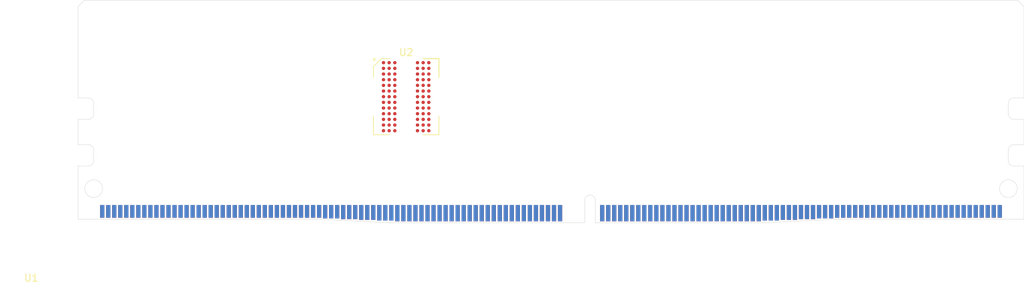
<source format=kicad_pcb>
(kicad_pcb (version 20171130) (host pcbnew "(5.1.4)-1")

  (general
    (thickness 1.5)
    (drawings 40)
    (tracks 0)
    (zones 0)
    (modules 2)
    (nets 30)
  )

  (page A4)
  (layers
    (0 F.Cu signal)
    (31 B.Cu signal hide)
    (32 B.Adhes user)
    (33 F.Adhes user)
    (34 B.Paste user)
    (35 F.Paste user)
    (36 B.SilkS user)
    (37 F.SilkS user)
    (38 B.Mask user)
    (39 F.Mask user)
    (40 Dwgs.User user)
    (41 Cmts.User user)
    (42 Eco1.User user)
    (43 Eco2.User user)
    (44 Edge.Cuts user)
    (45 Margin user)
    (46 B.CrtYd user)
    (47 F.CrtYd user)
    (48 B.Fab user)
    (49 F.Fab user)
  )

  (setup
    (last_trace_width 0.25)
    (trace_clearance 0.2)
    (zone_clearance 0.508)
    (zone_45_only no)
    (trace_min 0.2)
    (via_size 0.8)
    (via_drill 0.4)
    (via_min_size 0.4)
    (via_min_drill 0.3)
    (uvia_size 0.3)
    (uvia_drill 0.1)
    (uvias_allowed no)
    (uvia_min_size 0.2)
    (uvia_min_drill 0.1)
    (edge_width 0.05)
    (segment_width 0.2)
    (pcb_text_width 0.3)
    (pcb_text_size 1.5 1.5)
    (mod_edge_width 0.12)
    (mod_text_size 1 1)
    (mod_text_width 0.15)
    (pad_size 0.6 2.3)
    (pad_drill 0)
    (pad_to_mask_clearance 0.051)
    (solder_mask_min_width 0.25)
    (aux_axis_origin 0 0)
    (visible_elements 7FFFFBFF)
    (pcbplotparams
      (layerselection 0x010fc_ffffffff)
      (usegerberextensions false)
      (usegerberattributes false)
      (usegerberadvancedattributes false)
      (creategerberjobfile false)
      (excludeedgelayer true)
      (linewidth 0.100000)
      (plotframeref false)
      (viasonmask false)
      (mode 1)
      (useauxorigin false)
      (hpglpennumber 1)
      (hpglpenspeed 20)
      (hpglpendiameter 15.000000)
      (psnegative false)
      (psa4output false)
      (plotreference true)
      (plotvalue true)
      (plotinvisibletext false)
      (padsonsilk false)
      (subtractmaskfromsilk false)
      (outputformat 1)
      (mirror false)
      (drillshape 1)
      (scaleselection 1)
      (outputdirectory ""))
  )

  (net 0 "")
  (net 1 GND)
  (net 2 VMEM)
  (net 3 +2V5)
  (net 4 +1V2)
  (net 5 A11)
  (net 6 PAR)
  (net 7 A13)
  (net 8 A7)
  (net 9 A4)
  (net 10 BA1)
  (net 11 ALERT_n)
  (net 12 A2)
  (net 13 WE_n-A14)
  (net 14 BG1)
  (net 15 A5)
  (net 16 A0)
  (net 17 BA0)
  (net 18 RAS_n-A16)
  (net 19 ODT0)
  (net 20 CS0_n)
  (net 21 RESET_n)
  (net 22 A3)
  (net 23 A6)
  (net 24 ACT_n)
  (net 25 A8)
  (net 26 BG0)
  (net 27 A9)
  (net 28 CKE0)
  (net 29 A1)

  (net_class Default "Esta es la clase de red por defecto."
    (clearance 0.2)
    (trace_width 0.25)
    (via_dia 0.8)
    (via_drill 0.4)
    (uvia_dia 0.3)
    (uvia_drill 0.1)
    (add_net +1V2)
    (add_net +2V5)
    (add_net A0)
    (add_net A1)
    (add_net A10)
    (add_net A10_AP)
    (add_net A11)
    (add_net A12)
    (add_net A12-BC_n)
    (add_net A13)
    (add_net A2)
    (add_net A3)
    (add_net A4)
    (add_net A5)
    (add_net A6)
    (add_net A7)
    (add_net A8)
    (add_net A9)
    (add_net ACT_n)
    (add_net ALERT_n)
    (add_net BA0)
    (add_net BA1)
    (add_net BG0)
    (add_net BG1)
    (add_net CAS-A15)
    (add_net CAS_n-A15)
    (add_net CB0-NC)
    (add_net CB1,NC)
    (add_net CB2-NC)
    (add_net CB3,NC)
    (add_net CB4-NC)
    (add_net CB5,NC)
    (add_net CB6-DBI8_n,NC)
    (add_net CB7,NC)
    (add_net CK0_c)
    (add_net CK0_t)
    (add_net CK1_c)
    (add_net CK1_t)
    (add_net CKE0)
    (add_net CKE1,NC)
    (add_net CS0_n)
    (add_net CS1_N-A15)
    (add_net DM0_n-DBIO_n,NC)
    (add_net DM2_n-DBI2_n,NC)
    (add_net DM3_n-DBI3_n,NC)
    (add_net DM4_n-DBI4_n,NC)
    (add_net DM5_n-DBI5_n,NC)
    (add_net DM6_n-DBI6_N,NC)
    (add_net DM7_n-DBI_n,NC)
    (add_net DM8_n-DBI8_n,NC)
    (add_net DMI_n-DBI1_n,NC)
    (add_net DQ0)
    (add_net DQ1)
    (add_net DQ10)
    (add_net DQ11)
    (add_net DQ12)
    (add_net DQ13)
    (add_net DQ14)
    (add_net DQ15)
    (add_net DQ16)
    (add_net DQ17)
    (add_net DQ18)
    (add_net DQ19)
    (add_net DQ2)
    (add_net DQ20)
    (add_net DQ21)
    (add_net DQ22)
    (add_net DQ23)
    (add_net DQ24)
    (add_net DQ25)
    (add_net DQ26)
    (add_net DQ27)
    (add_net DQ28)
    (add_net DQ29)
    (add_net DQ3)
    (add_net DQ30)
    (add_net DQ31)
    (add_net DQ32)
    (add_net DQ33)
    (add_net DQ34)
    (add_net DQ35)
    (add_net DQ36)
    (add_net DQ37)
    (add_net DQ38)
    (add_net DQ39)
    (add_net DQ4)
    (add_net DQ40)
    (add_net DQ41)
    (add_net DQ42)
    (add_net DQ43)
    (add_net DQ44)
    (add_net DQ45)
    (add_net DQ46)
    (add_net DQ47)
    (add_net DQ48)
    (add_net DQ49)
    (add_net DQ5)
    (add_net DQ50)
    (add_net DQ51)
    (add_net DQ52)
    (add_net DQ53)
    (add_net DQ54)
    (add_net DQ55)
    (add_net DQ56)
    (add_net DQ57)
    (add_net DQ58)
    (add_net DQ59)
    (add_net DQ6)
    (add_net DQ60)
    (add_net DQ61)
    (add_net DQ62)
    (add_net DQ63)
    (add_net DQ7)
    (add_net DQ8)
    (add_net DQ9)
    (add_net DQS0_c)
    (add_net DQS0_t)
    (add_net DQS1_c)
    (add_net DQS1_t)
    (add_net DQS2_c)
    (add_net DQS2_t)
    (add_net DQS3_c)
    (add_net DQS3_t)
    (add_net DQS4_c)
    (add_net DQS4_t)
    (add_net DQS5_c)
    (add_net DQS5_t)
    (add_net DQS6_c)
    (add_net DQS6_t)
    (add_net DQS7_c)
    (add_net DQS7_t)
    (add_net DQS8_c)
    (add_net DQS8_t)
    (add_net EVENT_n,NF)
    (add_net GND)
    (add_net "Net-(R3-Pad1)")
    (add_net "Net-(U1-Pad1)")
    (add_net "Net-(U1-Pad100)")
    (add_net "Net-(U1-Pad111)")
    (add_net "Net-(U1-Pad122)")
    (add_net "Net-(U1-Pad133)")
    (add_net "Net-(U1-Pad144)")
    (add_net "Net-(U1-Pad145)")
    (add_net "Net-(U1-Pad19)")
    (add_net "Net-(U1-Pad205)")
    (add_net "Net-(U1-Pad227)")
    (add_net "Net-(U1-Pad230)")
    (add_net "Net-(U1-Pad234)")
    (add_net "Net-(U1-Pad235)")
    (add_net "Net-(U1-Pad237)")
    (add_net "Net-(U1-Pad30)")
    (add_net "Net-(U1-Pad41)")
    (add_net "Net-(U1-Pad52)")
    (add_net "Net-(U1-Pad8)")
    (add_net "Net-(U1-Pad93)")
    (add_net "Net-(U2-PadA3)")
    (add_net "Net-(U2-PadA7)")
    (add_net "Net-(U2-PadB3)")
    (add_net "Net-(U2-PadB7)")
    (add_net "Net-(U2-PadC2)")
    (add_net "Net-(U2-PadC3)")
    (add_net "Net-(U2-PadD2)")
    (add_net "Net-(U2-PadD3)")
    (add_net "Net-(U2-PadD7)")
    (add_net "Net-(U2-PadD8)")
    (add_net "Net-(U2-PadE3)")
    (add_net "Net-(U2-PadE7)")
    (add_net "Net-(U2-PadF2)")
    (add_net "Net-(U2-PadF7)")
    (add_net "Net-(U2-PadF8)")
    (add_net "Net-(U2-PadG2)")
    (add_net "Net-(U2-PadG8)")
    (add_net "Net-(U2-PadG9)")
    (add_net "Net-(U2-PadJ1)")
    (add_net "Net-(U2-PadN7)")
    (add_net ODT0)
    (add_net ODT1_n,NC)
    (add_net PAR)
    (add_net RAS_n-A16)
    (add_net RESET_n)
    (add_net SA0)
    (add_net SA1)
    (add_net SA2)
    (add_net SCL)
    (add_net SDA)
    (add_net VMEM)
    (add_net WE_n-A14)
  )

  (module DDR4_4Gb:BGA-117_9x13_9.0x10.5mm (layer F.Cu) (tedit 601881A7) (tstamp 601B5CF0)
    (at 46.3 -17.28)
    (path /6161F0C2/61667B95)
    (attr smd)
    (fp_text reference U2 (at 0 -6.25) (layer F.SilkS)
      (effects (font (size 1 1) (thickness 0.15)))
    )
    (fp_text value MT40A512M8 (at 0 6.25) (layer F.Fab)
      (effects (font (size 1 1) (thickness 0.15)))
    )
    (fp_line (start -4.75 5.5) (end -4.75 -5.5) (layer F.CrtYd) (width 0.05))
    (fp_line (start 4.75 5.5) (end -4.75 5.5) (layer F.CrtYd) (width 0.05))
    (fp_line (start 4.75 -5.5) (end 4.75 5.5) (layer F.CrtYd) (width 0.05))
    (fp_line (start -4.75 -5.5) (end 4.75 -5.5) (layer F.CrtYd) (width 0.05))
    (fp_circle (center -4.5 -5.25) (end -4.5 -5.15) (layer F.SilkS) (width 0.2))
    (fp_line (start -4.62 -4.25) (end -4.62 -2.745) (layer F.SilkS) (width 0.12))
    (fp_line (start -3.5 -5.37) (end -4.62 -4.25) (layer F.SilkS) (width 0.12))
    (fp_line (start -2.37 -5.37) (end -3.5 -5.37) (layer F.SilkS) (width 0.12))
    (fp_line (start -4.62 5.37) (end -4.62 2.745) (layer F.SilkS) (width 0.12))
    (fp_line (start -2.37 5.37) (end -4.62 5.37) (layer F.SilkS) (width 0.12))
    (fp_line (start 4.62 -5.37) (end 4.62 -2.745) (layer F.SilkS) (width 0.12))
    (fp_line (start 2.37 -5.37) (end 4.62 -5.37) (layer F.SilkS) (width 0.12))
    (fp_line (start 4.62 5.37) (end 4.62 2.745) (layer F.SilkS) (width 0.12))
    (fp_line (start 2.37 5.37) (end 4.62 5.37) (layer F.SilkS) (width 0.12))
    (fp_line (start 4.62 -5.37) (end 4.62 -2.745) (layer F.SilkS) (width 0.12))
    (fp_line (start 2.37 -5.37) (end 4.62 -5.37) (layer F.SilkS) (width 0.12))
    (fp_line (start 4.62 -5.37) (end 4.62 -2.745) (layer F.SilkS) (width 0.12))
    (fp_line (start 2.37 -5.37) (end 4.62 -5.37) (layer F.SilkS) (width 0.12))
    (fp_line (start 4.5 -5.25) (end -3.5 -5.25) (layer F.Fab) (width 0.1))
    (fp_line (start 4.5 5.25) (end 4.5 -5.25) (layer F.Fab) (width 0.1))
    (fp_line (start -4.5 5.25) (end 4.5 5.25) (layer F.Fab) (width 0.1))
    (fp_line (start -4.5 -4.25) (end -4.5 5.25) (layer F.Fab) (width 0.1))
    (fp_line (start -3.5 -5.25) (end -4.5 -4.25) (layer F.Fab) (width 0.1))
    (pad N9 smd circle (at 3.2 4.8) (size 0.47 0.47) (layers F.Cu F.Paste F.Mask)
      (net 4 +1V2))
    (pad M9 smd circle (at 3.2 4) (size 0.47 0.47) (layers F.Cu F.Paste F.Mask)
      (net 3 +2V5))
    (pad L9 smd circle (at 3.2 3.2) (size 0.47 0.47) (layers F.Cu F.Paste F.Mask)
      (net 11 ALERT_n))
    (pad K9 smd circle (at 3.2 2.4) (size 0.47 0.47) (layers F.Cu F.Paste F.Mask)
      (net 1 GND))
    (pad J9 smd circle (at 3.2 1.6) (size 0.47 0.47) (layers F.Cu F.Paste F.Mask)
      (net 4 +1V2))
    (pad H9 smd circle (at 3.2 0.8) (size 0.47 0.47) (layers F.Cu F.Paste F.Mask)
      (net 1 GND))
    (pad G9 smd circle (at 3.2 0) (size 0.47 0.47) (layers F.Cu F.Paste F.Mask))
    (pad F9 smd circle (at 3.2 -0.8) (size 0.47 0.47) (layers F.Cu F.Paste F.Mask)
      (net 4 +1V2))
    (pad E9 smd circle (at 3.2 -1.6) (size 0.47 0.47) (layers F.Cu F.Paste F.Mask)
      (net 1 GND))
    (pad D9 smd circle (at 3.2 -2.4) (size 0.47 0.47) (layers F.Cu F.Paste F.Mask)
      (net 1 GND))
    (pad C9 smd circle (at 3.2 -3.2) (size 0.47 0.47) (layers F.Cu F.Paste F.Mask)
      (net 4 +1V2))
    (pad B9 smd circle (at 3.2 -4) (size 0.47 0.47) (layers F.Cu F.Paste F.Mask))
    (pad A9 smd circle (at 3.2 -4.8) (size 0.47 0.47) (layers F.Cu F.Paste F.Mask)
      (net 1 GND))
    (pad N8 smd circle (at 2.4 4.8) (size 0.47 0.47) (layers F.Cu F.Paste F.Mask)
      (net 7 A13))
    (pad M8 smd circle (at 2.4 4) (size 0.47 0.47) (layers F.Cu F.Paste F.Mask)
      (net 8 A7))
    (pad L8 smd circle (at 2.4 3.2) (size 0.47 0.47) (layers F.Cu F.Paste F.Mask)
      (net 15 A5))
    (pad K8 smd circle (at 2.4 2.4) (size 0.47 0.47) (layers F.Cu F.Paste F.Mask)
      (net 10 BA1))
    (pad J8 smd circle (at 2.4 1.6) (size 0.47 0.47) (layers F.Cu F.Paste F.Mask)
      (net 14 BG1))
    (pad H8 smd circle (at 2.4 0.8) (size 0.47 0.47) (layers F.Cu F.Paste F.Mask)
      (net 18 RAS_n-A16))
    (pad G8 smd circle (at 2.4 0) (size 0.47 0.47) (layers F.Cu F.Paste F.Mask))
    (pad F8 smd circle (at 2.4 -0.8) (size 0.47 0.47) (layers F.Cu F.Paste F.Mask))
    (pad E8 smd circle (at 2.4 -1.6) (size 0.47 0.47) (layers F.Cu F.Paste F.Mask)
      (net 4 +1V2))
    (pad D8 smd circle (at 2.4 -2.4) (size 0.47 0.47) (layers F.Cu F.Paste F.Mask))
    (pad C8 smd circle (at 2.4 -3.2) (size 0.47 0.47) (layers F.Cu F.Paste F.Mask)
      (net 1 GND))
    (pad B8 smd circle (at 2.4 -4) (size 0.47 0.47) (layers F.Cu F.Paste F.Mask)
      (net 4 +1V2))
    (pad A8 smd circle (at 2.4 -4.8) (size 0.47 0.47) (layers F.Cu F.Paste F.Mask)
      (net 1 GND))
    (pad N7 smd circle (at 1.6 4.8) (size 0.47 0.47) (layers F.Cu F.Paste F.Mask))
    (pad M7 smd circle (at 1.6 4) (size 0.47 0.47) (layers F.Cu F.Paste F.Mask)
      (net 27 A9))
    (pad L7 smd circle (at 1.6 3.2) (size 0.47 0.47) (layers F.Cu F.Paste F.Mask)
      (net 29 A1))
    (pad K7 smd circle (at 1.6 2.4) (size 0.47 0.47) (layers F.Cu F.Paste F.Mask)
      (net 22 A3))
    (pad J7 smd circle (at 1.6 1.6) (size 0.47 0.47) (layers F.Cu F.Paste F.Mask))
    (pad H7 smd circle (at 1.6 0.8) (size 0.47 0.47) (layers F.Cu F.Paste F.Mask))
    (pad G7 smd circle (at 1.6 0) (size 0.47 0.47) (layers F.Cu F.Paste F.Mask)
      (net 20 CS0_n))
    (pad F7 smd circle (at 1.6 -0.8) (size 0.47 0.47) (layers F.Cu F.Paste F.Mask))
    (pad E7 smd circle (at 1.6 -1.6) (size 0.47 0.47) (layers F.Cu F.Paste F.Mask))
    (pad D7 smd circle (at 1.6 -2.4) (size 0.47 0.47) (layers F.Cu F.Paste F.Mask))
    (pad C7 smd circle (at 1.6 -3.2) (size 0.47 0.47) (layers F.Cu F.Paste F.Mask)
      (net 4 +1V2))
    (pad B7 smd circle (at 1.6 -4) (size 0.47 0.47) (layers F.Cu F.Paste F.Mask))
    (pad A7 smd circle (at 1.6 -4.8) (size 0.47 0.47) (layers F.Cu F.Paste F.Mask))
    (pad N3 smd circle (at -1.6 4.8) (size 0.47 0.47) (layers F.Cu F.Paste F.Mask)
      (net 6 PAR))
    (pad M3 smd circle (at -1.6 4) (size 0.47 0.47) (layers F.Cu F.Paste F.Mask)
      (net 12 A2))
    (pad L3 smd circle (at -1.6 3.2) (size 0.47 0.47) (layers F.Cu F.Paste F.Mask)
      (net 16 A0))
    (pad K3 smd circle (at -1.6 2.4) (size 0.47 0.47) (layers F.Cu F.Paste F.Mask)
      (net 9 A4))
    (pad J3 smd circle (at -1.6 1.6) (size 0.47 0.47) (layers F.Cu F.Paste F.Mask))
    (pad H3 smd circle (at -1.6 0.8) (size 0.47 0.47) (layers F.Cu F.Paste F.Mask)
      (net 24 ACT_n))
    (pad G3 smd circle (at -1.6 0) (size 0.47 0.47) (layers F.Cu F.Paste F.Mask)
      (net 28 CKE0))
    (pad F3 smd circle (at -1.6 -0.8) (size 0.47 0.47) (layers F.Cu F.Paste F.Mask)
      (net 19 ODT0))
    (pad E3 smd circle (at -1.6 -1.6) (size 0.47 0.47) (layers F.Cu F.Paste F.Mask))
    (pad D3 smd circle (at -1.6 -2.4) (size 0.47 0.47) (layers F.Cu F.Paste F.Mask))
    (pad C3 smd circle (at -1.6 -3.2) (size 0.47 0.47) (layers F.Cu F.Paste F.Mask))
    (pad B3 smd circle (at -1.6 -4) (size 0.47 0.47) (layers F.Cu F.Paste F.Mask))
    (pad A3 smd circle (at -1.6 -4.8) (size 0.47 0.47) (layers F.Cu F.Paste F.Mask))
    (pad N2 smd circle (at -2.4 4.8) (size 0.47 0.47) (layers F.Cu F.Paste F.Mask)
      (net 5 A11))
    (pad M2 smd circle (at -2.4 4) (size 0.47 0.47) (layers F.Cu F.Paste F.Mask)
      (net 25 A8))
    (pad L2 smd circle (at -2.4 3.2) (size 0.47 0.47) (layers F.Cu F.Paste F.Mask)
      (net 23 A6))
    (pad K2 smd circle (at -2.4 2.4) (size 0.47 0.47) (layers F.Cu F.Paste F.Mask)
      (net 17 BA0))
    (pad J2 smd circle (at -2.4 1.6) (size 0.47 0.47) (layers F.Cu F.Paste F.Mask)
      (net 26 BG0))
    (pad H2 smd circle (at -2.4 0.8) (size 0.47 0.47) (layers F.Cu F.Paste F.Mask)
      (net 13 WE_n-A14))
    (pad G2 smd circle (at -2.4 0) (size 0.47 0.47) (layers F.Cu F.Paste F.Mask))
    (pad F2 smd circle (at -2.4 -0.8) (size 0.47 0.47) (layers F.Cu F.Paste F.Mask))
    (pad E2 smd circle (at -2.4 -1.6) (size 0.47 0.47) (layers F.Cu F.Paste F.Mask)
      (net 4 +1V2))
    (pad D2 smd circle (at -2.4 -2.4) (size 0.47 0.47) (layers F.Cu F.Paste F.Mask))
    (pad C2 smd circle (at -2.4 -3.2) (size 0.47 0.47) (layers F.Cu F.Paste F.Mask))
    (pad B2 smd circle (at -2.4 -4) (size 0.47 0.47) (layers F.Cu F.Paste F.Mask)
      (net 4 +1V2))
    (pad A2 smd circle (at -2.4 -4.8) (size 0.47 0.47) (layers F.Cu F.Paste F.Mask)
      (net 1 GND))
    (pad N1 smd circle (at -3.2 4.8) (size 0.47 0.47) (layers F.Cu F.Paste F.Mask)
      (net 1 GND))
    (pad M1 smd circle (at -3.2 4) (size 0.47 0.47) (layers F.Cu F.Paste F.Mask)
      (net 4 +1V2))
    (pad L1 smd circle (at -3.2 3.2) (size 0.47 0.47) (layers F.Cu F.Paste F.Mask)
      (net 21 RESET_n))
    (pad K1 smd circle (at -3.2 2.4) (size 0.47 0.47) (layers F.Cu F.Paste F.Mask)
      (net 1 GND))
    (pad J1 smd circle (at -3.2 1.6) (size 0.47 0.47) (layers F.Cu F.Paste F.Mask))
    (pad H1 smd circle (at -3.2 0.8) (size 0.47 0.47) (layers F.Cu F.Paste F.Mask)
      (net 4 +1V2))
    (pad G1 smd circle (at -3.2 0) (size 0.47 0.47) (layers F.Cu F.Paste F.Mask)
      (net 1 GND))
    (pad F1 smd circle (at -3.2 -0.8) (size 0.47 0.47) (layers F.Cu F.Paste F.Mask)
      (net 4 +1V2))
    (pad E1 smd circle (at -3.2 -1.6) (size 0.47 0.47) (layers F.Cu F.Paste F.Mask)
      (net 1 GND))
    (pad D1 smd circle (at -3.2 -2.4) (size 0.47 0.47) (layers F.Cu F.Paste F.Mask)
      (net 1 GND))
    (pad C1 smd circle (at -3.2 -3.2) (size 0.47 0.47) (layers F.Cu F.Paste F.Mask)
      (net 4 +1V2))
    (pad B1 smd circle (at -3.2 -4) (size 0.47 0.47) (layers F.Cu F.Paste F.Mask)
      (net 3 +2V5))
    (pad A1 smd circle (at -3.2 -4.8) (size 0.47 0.47) (layers F.Cu F.Paste F.Mask)
      (net 4 +1V2))
  )

  (module DDR4_4Gb:DDR4_F (layer F.Cu) (tedit 60186BEF) (tstamp 601B5EE3)
    (at 3.415 -0.6)
    (path /614EDC81/6159D013)
    (fp_text reference U1 (at -10.01792 8.91076) (layer F.SilkS)
      (effects (font (size 1 1) (thickness 0.15)))
    )
    (fp_text value DDR4_Front (at -10.01792 7.91076) (layer F.Fab)
      (effects (font (size 1 1) (thickness 0.15)))
    )
    (pad 165 smd rect (at 17 -0.5 180) (size 0.6 1.8) (layers B.Cu B.Paste B.Mask)
      (net 1 GND))
    (pad 163 smd rect (at 15.3 -0.5 180) (size 0.6 1.8) (layers B.Cu B.Paste B.Mask))
    (pad 164 smd rect (at 16.15 -0.5 180) (size 0.6 1.8) (layers B.Cu B.Paste B.Mask))
    (pad 162 smd rect (at 14.45 -0.5 180) (size 0.6 1.8) (layers B.Cu B.Paste B.Mask)
      (net 1 GND))
    (pad 146 smd rect (at 0.85 -0.5 180) (size 0.6 1.8) (layers B.Cu B.Paste B.Mask)
      (net 2 VMEM))
    (pad 276 smd rect (at 116.45 -0.5 180) (size 0.6 1.8) (layers B.Cu B.Paste B.Mask)
      (net 1 GND))
    (pad 244 smd rect (at 89.25 -0.25 180) (size 0.6 2.3) (layers B.Cu B.Paste B.Mask))
    (pad 256 smd rect (at 99.45 -0.4 180) (size 0.6 2) (layers B.Cu B.Paste B.Mask))
    (pad 250 smd rect (at 94.35 -0.3 180) (size 0.6 2.2) (layers B.Cu B.Paste B.Mask)
      (net 1 GND))
    (pad 245 smd rect (at 90.1 -0.25 180) (size 0.6 2.3) (layers B.Cu B.Paste B.Mask))
    (pad 246 smd rect (at 90.95 -0.25 180) (size 0.6 2.3) (layers B.Cu B.Paste B.Mask)
      (net 1 GND))
    (pad 269 smd rect (at 110.5 -0.5 180) (size 0.6 1.8) (layers B.Cu B.Paste B.Mask))
    (pad 243 smd rect (at 88.4 -0.25 180) (size 0.6 2.3) (layers B.Cu B.Paste B.Mask)
      (net 1 GND))
    (pad 258 smd rect (at 101.15 -0.45 180) (size 0.6 1.9) (layers B.Cu B.Paste B.Mask))
    (pad 237 smd rect (at 83.3 -0.25 180) (size 0.6 2.3) (layers B.Cu B.Paste B.Mask))
    (pad 275 smd rect (at 115.6 -0.5 180) (size 0.6 1.8) (layers B.Cu B.Paste B.Mask))
    (pad 238 smd rect (at 84.15 -0.25 180) (size 0.6 2.3) (layers B.Cu B.Paste B.Mask))
    (pad 240 smd rect (at 85.85 -0.25 180) (size 0.6 2.3) (layers B.Cu B.Paste B.Mask))
    (pad 239 smd rect (at 85 -0.25 180) (size 0.6 2.3) (layers B.Cu B.Paste B.Mask)
      (net 1 GND))
    (pad 280 smd rect (at 119.85 -0.5 180) (size 0.6 1.8) (layers B.Cu B.Paste B.Mask))
    (pad 274 smd rect (at 114.75 -0.5 180) (size 0.6 1.8) (layers B.Cu B.Paste B.Mask)
      (net 1 GND))
    (pad 264 smd rect (at 106.25 -0.5 180) (size 0.6 1.8) (layers B.Cu B.Paste B.Mask))
    (pad 253 smd rect (at 96.9 -0.35 180) (size 0.6 2.1) (layers B.Cu B.Paste B.Mask))
    (pad 285 smd rect (at 124.1 -0.5 180) (size 0.6 1.8) (layers B.Cu B.Paste B.Mask))
    (pad 278 smd rect (at 118.15 -0.5 180) (size 0.6 1.8) (layers B.Cu B.Paste B.Mask))
    (pad 288 smd rect (at 126.65 -0.5 180) (size 0.6 1.8) (layers B.Cu B.Paste B.Mask)
      (net 3 +2V5))
    (pad 267 smd rect (at 108.8 -0.5 180) (size 0.6 1.8) (layers B.Cu B.Paste B.Mask))
    (pad 266 smd rect (at 107.95 -0.5 180) (size 0.6 1.8) (layers B.Cu B.Paste B.Mask))
    (pad 252 smd rect (at 96.05 -0.35 180) (size 0.6 2.1) (layers B.Cu B.Paste B.Mask)
      (net 1 GND))
    (pad 249 smd rect (at 93.5 -0.3 180) (size 0.6 2.2) (layers B.Cu B.Paste B.Mask))
    (pad 247 smd rect (at 91.8 -0.25 180) (size 0.6 2.3) (layers B.Cu B.Paste B.Mask))
    (pad 242 smd rect (at 87.55 -0.25 180) (size 0.6 2.3) (layers B.Cu B.Paste B.Mask))
    (pad 259 smd rect (at 102 -0.45 180) (size 0.6 1.9) (layers B.Cu B.Paste B.Mask)
      (net 1 GND))
    (pad 272 smd rect (at 113.05 -0.5 180) (size 0.6 1.8) (layers B.Cu B.Paste B.Mask)
      (net 1 GND))
    (pad 262 smd rect (at 104.55 -0.5 180) (size 0.6 1.8) (layers B.Cu B.Paste B.Mask))
    (pad 241 smd rect (at 86.7 -0.25 180) (size 0.6 2.3) (layers B.Cu B.Paste B.Mask)
      (net 1 GND))
    (pad 263 smd rect (at 105.4 -0.5 180) (size 0.6 1.8) (layers B.Cu B.Paste B.Mask)
      (net 1 GND))
    (pad 254 smd rect (at 97.75 -0.35 180) (size 0.6 2.1) (layers B.Cu B.Paste B.Mask)
      (net 1 GND))
    (pad 287 smd rect (at 125.8 -0.5 180) (size 0.6 1.8) (layers B.Cu B.Paste B.Mask)
      (net 3 +2V5))
    (pad 271 smd rect (at 112.2 -0.5 180) (size 0.6 1.8) (layers B.Cu B.Paste B.Mask))
    (pad 261 smd rect (at 103.7 -0.5 180) (size 0.6 1.8) (layers B.Cu B.Paste B.Mask)
      (net 1 GND))
    (pad 283 smd rect (at 122.4 -0.5 180) (size 0.6 1.8) (layers B.Cu B.Paste B.Mask)
      (net 1 GND))
    (pad 270 smd rect (at 111.35 -0.5 180) (size 0.6 1.8) (layers B.Cu B.Paste B.Mask)
      (net 1 GND))
    (pad 281 smd rect (at 120.7 -0.5 180) (size 0.6 1.8) (layers B.Cu B.Paste B.Mask)
      (net 1 GND))
    (pad 260 smd rect (at 102.85 -0.45 180) (size 0.6 1.9) (layers B.Cu B.Paste B.Mask))
    (pad 279 smd rect (at 119 -0.5 180) (size 0.6 1.8) (layers B.Cu B.Paste B.Mask)
      (net 1 GND))
    (pad 286 smd rect (at 124.95 -0.5 180) (size 0.6 1.8) (layers B.Cu B.Paste B.Mask)
      (net 3 +2V5))
    (pad 282 smd rect (at 121.55 -0.5 180) (size 0.6 1.8) (layers B.Cu B.Paste B.Mask))
    (pad 273 smd rect (at 113.9 -0.5 180) (size 0.6 1.8) (layers B.Cu B.Paste B.Mask))
    (pad 284 smd rect (at 123.25 -0.5 180) (size 0.6 1.8) (layers B.Cu B.Paste B.Mask)
      (net 3 +2V5))
    (pad 268 smd rect (at 109.65 -0.5 180) (size 0.6 1.8) (layers B.Cu B.Paste B.Mask)
      (net 1 GND))
    (pad 265 smd rect (at 107.1 -0.5 180) (size 0.6 1.8) (layers B.Cu B.Paste B.Mask)
      (net 1 GND))
    (pad 248 smd rect (at 92.65 -0.25 180) (size 0.6 2.3) (layers B.Cu B.Paste B.Mask)
      (net 1 GND))
    (pad 251 smd rect (at 95.2 -0.3 180) (size 0.6 2.2) (layers B.Cu B.Paste B.Mask))
    (pad 255 smd rect (at 98.6 -0.4 180) (size 0.6 2) (layers B.Cu B.Paste B.Mask))
    (pad 257 smd rect (at 100.3 -0.4 180) (size 0.6 2) (layers B.Cu B.Paste B.Mask)
      (net 1 GND))
    (pad 277 smd rect (at 117.3 -0.5 180) (size 0.6 1.8) (layers B.Cu B.Paste B.Mask))
    (pad 210 smd rect (at 55.25 -0.25 180) (size 0.6 2.3) (layers B.Cu B.Paste B.Mask)
      (net 5 A11))
    (pad 190 smd rect (at 38.25 -0.35 180) (size 0.6 2.1) (layers B.Cu B.Paste B.Mask))
    (pad 222 smd rect (at 70.55 -0.25 180) (size 0.6 2.3) (layers B.Cu B.Paste B.Mask)
      (net 6 PAR))
    (pad 227 smd rect (at 74.8 -0.25 180) (size 0.6 2.3) (layers B.Cu B.Paste B.Mask))
    (pad 192 smd rect (at 39.95 -0.3 180) (size 0.6 2.2) (layers B.Cu B.Paste B.Mask))
    (pad 206 smd rect (at 51.85 -0.25 180) (size 0.6 2.3) (layers B.Cu B.Paste B.Mask)
      (net 4 +1V2))
    (pad 191 smd rect (at 39.1 -0.3 180) (size 0.6 2.2) (layers B.Cu B.Paste B.Mask)
      (net 1 GND))
    (pad 232 smd rect (at 79.05 -0.25 180) (size 0.6 2.3) (layers B.Cu B.Paste B.Mask)
      (net 7 A13))
    (pad 170 smd rect (at 21.25 -0.5 180) (size 0.6 1.8) (layers B.Cu B.Paste B.Mask))
    (pad 230 smd rect (at 77.35 -0.25 180) (size 0.6 2.3) (layers B.Cu B.Paste B.Mask))
    (pad 211 smd rect (at 56.1 -0.25 180) (size 0.6 2.3) (layers B.Cu B.Paste B.Mask)
      (net 8 A7))
    (pad 182 smd rect (at 31.45 -0.45 180) (size 0.6 1.9) (layers B.Cu B.Paste B.Mask)
      (net 1 GND))
    (pad 219 smd rect (at 62.9 -0.25 180) (size 0.6 2.3) (layers B.Cu B.Paste B.Mask))
    (pad 180 smd rect (at 29.75 -0.5 180) (size 0.6 1.8) (layers B.Cu B.Paste B.Mask)
      (net 1 GND))
    (pad 178 smd rect (at 28.05 -0.5 180) (size 0.6 1.8) (layers B.Cu B.Paste B.Mask)
      (net 1 GND))
    (pad 177 smd rect (at 27.2 -0.5 180) (size 0.6 1.8) (layers B.Cu B.Paste B.Mask))
    (pad 175 smd rect (at 25.5 -0.5 180) (size 0.6 1.8) (layers B.Cu B.Paste B.Mask))
    (pad 231 smd rect (at 78.2 -0.25 180) (size 0.6 2.3) (layers B.Cu B.Paste B.Mask)
      (net 4 +1V2))
    (pad 214 smd rect (at 58.65 -0.25 180) (size 0.6 2.3) (layers B.Cu B.Paste B.Mask)
      (net 9 A4))
    (pad 200 smd rect (at 46.75 -0.25 180) (size 0.6 2.3) (layers B.Cu B.Paste B.Mask)
      (net 1 GND))
    (pad 176 smd rect (at 26.35 -0.5 180) (size 0.6 1.8) (layers B.Cu B.Paste B.Mask)
      (net 1 GND))
    (pad 179 smd rect (at 28.9 -0.5 180) (size 0.6 1.8) (layers B.Cu B.Paste B.Mask))
    (pad 194 smd rect (at 41.65 -0.25 180) (size 0.6 2.3) (layers B.Cu B.Paste B.Mask))
    (pad 205 smd rect (at 51 -0.25 180) (size 0.6 2.3) (layers B.Cu B.Paste B.Mask))
    (pad 215 smd rect (at 59.5 -0.25 180) (size 0.6 2.3) (layers B.Cu B.Paste B.Mask)
      (net 4 +1V2))
    (pad 171 smd rect (at 22.1 -0.5 180) (size 0.6 1.8) (layers B.Cu B.Paste B.Mask)
      (net 1 GND))
    (pad 234 smd rect (at 80.75 -0.25 180) (size 0.6 2.3) (layers B.Cu B.Paste B.Mask))
    (pad 196 smd rect (at 43.35 -0.25 180) (size 0.6 2.3) (layers B.Cu B.Paste B.Mask))
    (pad 229 smd rect (at 76.5 -0.25 180) (size 0.6 2.3) (layers B.Cu B.Paste B.Mask)
      (net 4 +1V2))
    (pad 235 smd rect (at 81.6 -0.25 180) (size 0.6 2.3) (layers B.Cu B.Paste B.Mask))
    (pad 233 smd rect (at 79.9 -0.25 180) (size 0.6 2.3) (layers B.Cu B.Paste B.Mask)
      (net 4 +1V2))
    (pad 195 smd rect (at 42.5 -0.25 180) (size 0.6 2.3) (layers B.Cu B.Paste B.Mask)
      (net 1 GND))
    (pad 202 smd rect (at 48.45 -0.25 180) (size 0.6 2.3) (layers B.Cu B.Paste B.Mask)
      (net 1 GND))
    (pad 198 smd rect (at 45.05 -0.25 180) (size 0.6 2.3) (layers B.Cu B.Paste B.Mask)
      (net 1 GND))
    (pad 223 smd rect (at 71.4 -0.25 180) (size 0.6 2.3) (layers B.Cu B.Paste B.Mask)
      (net 4 +1V2))
    (pad 209 smd rect (at 54.4 -0.25 180) (size 0.6 2.3) (layers B.Cu B.Paste B.Mask)
      (net 4 +1V2))
    (pad 189 smd rect (at 37.4 -0.35 180) (size 0.6 2.1) (layers B.Cu B.Paste B.Mask)
      (net 1 GND))
    (pad 201 smd rect (at 47.6 -0.25 180) (size 0.6 2.3) (layers B.Cu B.Paste B.Mask))
    (pad 174 smd rect (at 24.65 -0.5 180) (size 0.6 1.8) (layers B.Cu B.Paste B.Mask))
    (pad 172 smd rect (at 22.95 -0.5 180) (size 0.6 1.8) (layers B.Cu B.Paste B.Mask))
    (pad 220 smd rect (at 63.75 -0.25 180) (size 0.6 2.3) (layers B.Cu B.Paste B.Mask)
      (net 4 +1V2))
    (pad 181 smd rect (at 30.6 -0.5 180) (size 0.6 1.8) (layers B.Cu B.Paste B.Mask))
    (pad 173 smd rect (at 23.8 -0.5 180) (size 0.6 1.8) (layers B.Cu B.Paste B.Mask)
      (net 1 GND))
    (pad 183 smd rect (at 32.3 -0.45 180) (size 0.6 1.9) (layers B.Cu B.Paste B.Mask))
    (pad 184 smd rect (at 33.15 -0.45 180) (size 0.6 1.9) (layers B.Cu B.Paste B.Mask)
      (net 1 GND))
    (pad 217 smd rect (at 61.2 -0.25 180) (size 0.6 2.3) (layers B.Cu B.Paste B.Mask)
      (net 4 +1V2))
    (pad 224 smd rect (at 72.25 -0.25 180) (size 0.6 2.3) (layers B.Cu B.Paste B.Mask)
      (net 10 BA1))
    (pad 193 smd rect (at 40.8 -0.3 180) (size 0.6 2.2) (layers B.Cu B.Paste B.Mask)
      (net 1 GND))
    (pad 197 smd rect (at 44.2 -0.25 180) (size 0.6 2.3) (layers B.Cu B.Paste B.Mask))
    (pad 208 smd rect (at 53.55 -0.25 180) (size 0.6 2.3) (layers B.Cu B.Paste B.Mask)
      (net 11 ALERT_n))
    (pad 212 smd rect (at 56.95 -0.25 180) (size 0.6 2.3) (layers B.Cu B.Paste B.Mask)
      (net 4 +1V2))
    (pad 226 smd rect (at 73.95 -0.25 180) (size 0.6 2.3) (layers B.Cu B.Paste B.Mask)
      (net 4 +1V2))
    (pad 218 smd rect (at 62.05 -0.25 180) (size 0.6 2.3) (layers B.Cu B.Paste B.Mask))
    (pad 204 smd rect (at 50.15 -0.25 180) (size 0.6 2.3) (layers B.Cu B.Paste B.Mask)
      (net 4 +1V2))
    (pad 203 smd rect (at 49.3 -0.25 180) (size 0.6 2.3) (layers B.Cu B.Paste B.Mask))
    (pad 216 smd rect (at 60.35 -0.25 180) (size 0.6 2.3) (layers B.Cu B.Paste B.Mask)
      (net 12 A2))
    (pad 228 smd rect (at 75.65 -0.25 180) (size 0.6 2.3) (layers B.Cu B.Paste B.Mask)
      (net 13 WE_n-A14))
    (pad 221 smd rect (at 64.6 -0.25 180) (size 0.6 2.3) (layers B.Cu B.Paste B.Mask)
      (net 2 VMEM))
    (pad 225 smd rect (at 73.1 -0.25 180) (size 0.6 2.3) (layers B.Cu B.Paste B.Mask))
    (pad 207 smd rect (at 52.7 -0.25 180) (size 0.6 2.3) (layers B.Cu B.Paste B.Mask)
      (net 14 BG1))
    (pad 236 smd rect (at 82.45 -0.25 180) (size 0.6 2.3) (layers B.Cu B.Paste B.Mask)
      (net 4 +1V2))
    (pad 213 smd rect (at 57.8 -0.25 180) (size 0.6 2.3) (layers B.Cu B.Paste B.Mask)
      (net 15 A5))
    (pad 199 smd rect (at 45.9 -0.25 180) (size 0.6 2.3) (layers B.Cu B.Paste B.Mask))
    (pad 186 smd rect (at 34.85 -0.4 180) (size 0.6 2) (layers B.Cu B.Paste B.Mask))
    (pad 158 smd rect (at 11.05 -0.5 180) (size 0.6 1.8) (layers B.Cu B.Paste B.Mask)
      (net 1 GND))
    (pad 155 smd rect (at 8.5 -0.5 180) (size 0.6 1.8) (layers B.Cu B.Paste B.Mask))
    (pad 151 smd rect (at 5.1 -0.5 180) (size 0.6 1.8) (layers B.Cu B.Paste B.Mask)
      (net 1 GND))
    (pad 187 smd rect (at 35.7 -0.4 180) (size 0.6 2) (layers B.Cu B.Paste B.Mask)
      (net 1 GND))
    (pad 168 smd rect (at 19.55 -0.5 180) (size 0.6 1.8) (layers B.Cu B.Paste B.Mask))
    (pad 166 smd rect (at 17.85 -0.5 180) (size 0.6 1.8) (layers B.Cu B.Paste B.Mask))
    (pad 157 smd rect (at 10.2 -0.5 180) (size 0.6 1.8) (layers B.Cu B.Paste B.Mask))
    (pad 153 smd rect (at 6.8 -0.5 180) (size 0.6 1.8) (layers B.Cu B.Paste B.Mask))
    (pad 152 smd rect (at 5.95 -0.5 180) (size 0.6 1.8) (layers B.Cu B.Paste B.Mask))
    (pad 167 smd rect (at 18.7 -0.5 180) (size 0.6 1.8) (layers B.Cu B.Paste B.Mask)
      (net 1 GND))
    (pad 150 smd rect (at 4.25 -0.5 180) (size 0.6 1.8) (layers B.Cu B.Paste B.Mask))
    (pad 185 smd rect (at 34 -0.4 180) (size 0.6 2) (layers B.Cu B.Paste B.Mask))
    (pad 149 smd rect (at 3.4 -0.5 180) (size 0.6 1.8) (layers B.Cu B.Paste B.Mask)
      (net 1 GND))
    (pad 154 smd rect (at 7.65 -0.5 180) (size 0.6 1.8) (layers B.Cu B.Paste B.Mask)
      (net 1 GND))
    (pad 147 smd rect (at 1.7 -0.5 180) (size 0.6 1.8) (layers B.Cu B.Paste B.Mask)
      (net 1 GND))
    (pad 148 smd rect (at 2.55 -0.5 180) (size 0.6 1.8) (layers B.Cu B.Paste B.Mask))
    (pad 169 smd rect (at 20.4 -0.5 180) (size 0.6 1.8) (layers B.Cu B.Paste B.Mask)
      (net 1 GND))
    (pad 156 smd rect (at 9.35 -0.5 180) (size 0.6 1.8) (layers B.Cu B.Paste B.Mask)
      (net 1 GND))
    (pad 160 smd rect (at 12.75 -0.5 180) (size 0.6 1.8) (layers B.Cu B.Paste B.Mask)
      (net 1 GND))
    (pad 161 smd rect (at 13.6 -0.5 180) (size 0.6 1.8) (layers B.Cu B.Paste B.Mask))
    (pad 188 smd rect (at 36.55 -0.35 180) (size 0.6 2.1) (layers B.Cu B.Paste B.Mask))
    (pad 145 smd rect (at 0 -0.5 180) (size 0.6 1.8) (layers B.Cu B.Paste B.Mask))
    (pad 159 smd rect (at 11.9 -0.5 180) (size 0.6 1.8) (layers B.Cu B.Paste B.Mask))
    (pad 143 smd rect (at 125.8 -0.5) (size 0.6 1.8) (layers F.Cu F.Paste F.Mask)
      (net 3 +2V5))
    (pad 124 smd rect (at 109.65 -0.5) (size 0.6 1.8) (layers F.Cu F.Paste F.Mask))
    (pad 126 smd rect (at 111.35 -0.5) (size 0.6 1.8) (layers F.Cu F.Paste F.Mask))
    (pad 127 smd rect (at 112.2 -0.5) (size 0.6 1.8) (layers F.Cu F.Paste F.Mask)
      (net 1 GND))
    (pad 125 smd rect (at 110.5 -0.5) (size 0.6 1.8) (layers F.Cu F.Paste F.Mask)
      (net 1 GND))
    (pad 128 smd rect (at 113.05 -0.5) (size 0.6 1.8) (layers F.Cu F.Paste F.Mask))
    (pad 129 smd rect (at 113.9 -0.5) (size 0.6 1.8) (layers F.Cu F.Paste F.Mask)
      (net 1 GND))
    (pad 141 smd rect (at 124.1 -0.5) (size 0.6 1.8) (layers F.Cu F.Paste F.Mask))
    (pad 142 smd rect (at 124.95 -0.5) (size 0.6 1.8) (layers F.Cu F.Paste F.Mask)
      (net 3 +2V5))
    (pad 140 smd rect (at 123.25 -0.5) (size 0.6 1.8) (layers F.Cu F.Paste F.Mask))
    (pad 133 smd rect (at 117.3 -0.5) (size 0.6 1.8) (layers F.Cu F.Paste F.Mask))
    (pad 138 smd rect (at 121.55 -0.5) (size 0.6 1.8) (layers F.Cu F.Paste F.Mask)
      (net 1 GND))
    (pad 135 smd rect (at 119 -0.5) (size 0.6 1.8) (layers F.Cu F.Paste F.Mask))
    (pad 139 smd rect (at 122.4 -0.5) (size 0.6 1.8) (layers F.Cu F.Paste F.Mask))
    (pad 134 smd rect (at 118.15 -0.5) (size 0.6 1.8) (layers F.Cu F.Paste F.Mask)
      (net 1 GND))
    (pad 137 smd rect (at 120.7 -0.5) (size 0.6 1.8) (layers F.Cu F.Paste F.Mask))
    (pad 136 smd rect (at 119.85 -0.5) (size 0.6 1.8) (layers F.Cu F.Paste F.Mask)
      (net 1 GND))
    (pad 132 smd rect (at 116.45 -0.5) (size 0.6 1.8) (layers F.Cu F.Paste F.Mask))
    (pad 131 smd rect (at 115.6 -0.5) (size 0.6 1.8) (layers F.Cu F.Paste F.Mask)
      (net 1 GND))
    (pad 130 smd rect (at 114.75 -0.5) (size 0.6 1.8) (layers F.Cu F.Paste F.Mask))
    (pad 144 smd rect (at 126.65 -0.5) (size 0.6 1.8) (layers F.Cu F.Paste F.Mask))
    (pad 121 smd rect (at 107.1 -0.5) (size 0.6 1.8) (layers F.Cu F.Paste F.Mask))
    (pad 120 smd rect (at 106.25 -0.5) (size 0.6 1.8) (layers F.Cu F.Paste F.Mask)
      (net 1 GND))
    (pad 122 smd rect (at 107.95 -0.5) (size 0.6 1.8) (layers F.Cu F.Paste F.Mask))
    (pad 123 smd rect (at 108.8 -0.5) (size 0.6 1.8) (layers F.Cu F.Paste F.Mask)
      (net 1 GND))
    (pad 101 smd rect (at 90.1 -0.25) (size 0.6 2.3) (layers F.Cu F.Paste F.Mask)
      (net 1 GND))
    (pad 104 smd rect (at 92.65 -0.25) (size 0.6 2.3) (layers F.Cu F.Paste F.Mask))
    (pad 102 smd rect (at 90.95 -0.25) (size 0.6 2.3) (layers F.Cu F.Paste F.Mask))
    (pad 105 smd rect (at 93.5 -0.3) (size 0.6 2.2) (layers F.Cu F.Paste F.Mask)
      (net 1 GND))
    (pad 106 smd rect (at 94.35 -0.3) (size 0.6 2.2) (layers F.Cu F.Paste F.Mask))
    (pad 117 smd rect (at 103.7 -0.5) (size 0.6 1.8) (layers F.Cu F.Paste F.Mask))
    (pad 118 smd rect (at 104.55 -0.5) (size 0.6 1.8) (layers F.Cu F.Paste F.Mask)
      (net 1 GND))
    (pad 116 smd rect (at 102.85 -0.45) (size 0.6 1.9) (layers F.Cu F.Paste F.Mask)
      (net 1 GND))
    (pad 110 smd rect (at 97.75 -0.35) (size 0.6 2.1) (layers F.Cu F.Paste F.Mask))
    (pad 114 smd rect (at 101.15 -0.45) (size 0.6 1.9) (layers F.Cu F.Paste F.Mask)
      (net 1 GND))
    (pad 112 smd rect (at 99.45 -0.4) (size 0.6 2) (layers F.Cu F.Paste F.Mask)
      (net 1 GND))
    (pad 115 smd rect (at 102 -0.45) (size 0.6 1.9) (layers F.Cu F.Paste F.Mask))
    (pad 111 smd rect (at 98.6 -0.4) (size 0.6 2) (layers F.Cu F.Paste F.Mask))
    (pad 113 smd rect (at 100.3 -0.4) (size 0.6 2) (layers F.Cu F.Paste F.Mask))
    (pad 103 smd rect (at 91.8 -0.25) (size 0.6 2.3) (layers F.Cu F.Paste F.Mask)
      (net 1 GND))
    (pad 109 smd rect (at 96.9 -0.35) (size 0.6 2.1) (layers F.Cu F.Paste F.Mask)
      (net 1 GND))
    (pad 108 smd rect (at 96.05 -0.35) (size 0.6 2.1) (layers F.Cu F.Paste F.Mask))
    (pad 107 smd rect (at 95.2 -0.3) (size 0.6 2.2) (layers F.Cu F.Paste F.Mask)
      (net 1 GND))
    (pad 119 smd rect (at 105.4 -0.5) (size 0.6 1.8) (layers F.Cu F.Paste F.Mask))
    (pad 98 smd rect (at 87.55 -0.25) (size 0.6 2.3) (layers F.Cu F.Paste F.Mask)
      (net 1 GND))
    (pad 97 smd rect (at 86.7 -0.25) (size 0.6 2.3) (layers F.Cu F.Paste F.Mask))
    (pad 99 smd rect (at 88.4 -0.25) (size 0.6 2.3) (layers F.Cu F.Paste F.Mask))
    (pad 100 smd rect (at 89.25 -0.25) (size 0.6 2.3) (layers F.Cu F.Paste F.Mask))
    (pad 77 smd rect (at 64.6 -0.25) (size 0.6 2.3) (layers F.Cu F.Paste F.Mask)
      (net 2 VMEM))
    (pad 79 smd rect (at 71.4 -0.25) (size 0.6 2.3) (layers F.Cu F.Paste F.Mask)
      (net 16 A0))
    (pad 80 smd rect (at 72.25 -0.25) (size 0.6 2.3) (layers F.Cu F.Paste F.Mask)
      (net 4 +1V2))
    (pad 78 smd rect (at 70.55 -0.25) (size 0.6 2.3) (layers F.Cu F.Paste F.Mask))
    (pad 81 smd rect (at 73.1 -0.25) (size 0.6 2.3) (layers F.Cu F.Paste F.Mask)
      (net 17 BA0))
    (pad 82 smd rect (at 73.95 -0.25) (size 0.6 2.3) (layers F.Cu F.Paste F.Mask)
      (net 18 RAS_n-A16))
    (pad 94 smd rect (at 84.15 -0.25) (size 0.6 2.3) (layers F.Cu F.Paste F.Mask)
      (net 1 GND))
    (pad 95 smd rect (at 85 -0.25) (size 0.6 2.3) (layers F.Cu F.Paste F.Mask))
    (pad 93 smd rect (at 83.3 -0.25) (size 0.6 2.3) (layers F.Cu F.Paste F.Mask))
    (pad 86 smd rect (at 77.35 -0.25) (size 0.6 2.3) (layers F.Cu F.Paste F.Mask))
    (pad 91 smd rect (at 81.6 -0.25) (size 0.6 2.3) (layers F.Cu F.Paste F.Mask))
    (pad 88 smd rect (at 79.05 -0.25) (size 0.6 2.3) (layers F.Cu F.Paste F.Mask)
      (net 4 +1V2))
    (pad 92 smd rect (at 82.45 -0.25) (size 0.6 2.3) (layers F.Cu F.Paste F.Mask)
      (net 4 +1V2))
    (pad 87 smd rect (at 78.2 -0.25) (size 0.6 2.3) (layers F.Cu F.Paste F.Mask)
      (net 19 ODT0))
    (pad 90 smd rect (at 80.75 -0.25) (size 0.6 2.3) (layers F.Cu F.Paste F.Mask)
      (net 4 +1V2))
    (pad 89 smd rect (at 79.9 -0.25) (size 0.6 2.3) (layers F.Cu F.Paste F.Mask))
    (pad 85 smd rect (at 76.5 -0.25) (size 0.6 2.3) (layers F.Cu F.Paste F.Mask)
      (net 4 +1V2))
    (pad 84 smd rect (at 75.65 -0.25) (size 0.6 2.3) (layers F.Cu F.Paste F.Mask)
      (net 20 CS0_n))
    (pad 83 smd rect (at 74.8 -0.25) (size 0.6 2.3) (layers F.Cu F.Paste F.Mask)
      (net 4 +1V2))
    (pad 96 smd rect (at 85.85 -0.25) (size 0.6 2.3) (layers F.Cu F.Paste F.Mask)
      (net 1 GND))
    (pad 74 smd rect (at 62.05 -0.25) (size 0.6 2.3) (layers F.Cu F.Paste F.Mask))
    (pad 73 smd rect (at 61.2 -0.25) (size 0.6 2.3) (layers F.Cu F.Paste F.Mask)
      (net 4 +1V2))
    (pad 75 smd rect (at 62.9 -0.25) (size 0.6 2.3) (layers F.Cu F.Paste F.Mask))
    (pad 76 smd rect (at 63.75 -0.25) (size 0.6 2.3) (layers F.Cu F.Paste F.Mask)
      (net 4 +1V2))
    (pad 53 smd rect (at 44.2 -0.25) (size 0.6 2.3) (layers F.Cu F.Paste F.Mask)
      (net 1 GND))
    (pad 55 smd rect (at 45.9 -0.25) (size 0.6 2.3) (layers F.Cu F.Paste F.Mask)
      (net 1 GND))
    (pad 56 smd rect (at 46.75 -0.25) (size 0.6 2.3) (layers F.Cu F.Paste F.Mask))
    (pad 54 smd rect (at 45.05 -0.25) (size 0.6 2.3) (layers F.Cu F.Paste F.Mask))
    (pad 57 smd rect (at 47.6 -0.25) (size 0.6 2.3) (layers F.Cu F.Paste F.Mask)
      (net 1 GND))
    (pad 58 smd rect (at 48.45 -0.25) (size 0.6 2.3) (layers F.Cu F.Paste F.Mask)
      (net 21 RESET_n))
    (pad 70 smd rect (at 58.65 -0.25) (size 0.6 2.3) (layers F.Cu F.Paste F.Mask)
      (net 4 +1V2))
    (pad 71 smd rect (at 59.5 -0.25) (size 0.6 2.3) (layers F.Cu F.Paste F.Mask)
      (net 22 A3))
    (pad 69 smd rect (at 57.8 -0.25) (size 0.6 2.3) (layers F.Cu F.Paste F.Mask)
      (net 23 A6))
    (pad 62 smd rect (at 51.85 -0.25) (size 0.6 2.3) (layers F.Cu F.Paste F.Mask)
      (net 24 ACT_n))
    (pad 67 smd rect (at 56.1 -0.25) (size 0.6 2.3) (layers F.Cu F.Paste F.Mask)
      (net 4 +1V2))
    (pad 64 smd rect (at 53.55 -0.25) (size 0.6 2.3) (layers F.Cu F.Paste F.Mask)
      (net 4 +1V2))
    (pad 68 smd rect (at 56.95 -0.25) (size 0.6 2.3) (layers F.Cu F.Paste F.Mask)
      (net 25 A8))
    (pad 63 smd rect (at 52.7 -0.25) (size 0.6 2.3) (layers F.Cu F.Paste F.Mask)
      (net 26 BG0))
    (pad 66 smd rect (at 55.25 -0.25) (size 0.6 2.3) (layers F.Cu F.Paste F.Mask)
      (net 27 A9))
    (pad 65 smd rect (at 54.4 -0.25) (size 0.6 2.3) (layers F.Cu F.Paste F.Mask))
    (pad 61 smd rect (at 51 -0.25) (size 0.6 2.3) (layers F.Cu F.Paste F.Mask)
      (net 4 +1V2))
    (pad 60 smd rect (at 50.15 -0.25) (size 0.6 2.3) (layers F.Cu F.Paste F.Mask)
      (net 28 CKE0))
    (pad 59 smd rect (at 49.3 -0.25) (size 0.6 2.3) (layers F.Cu F.Paste F.Mask)
      (net 4 +1V2))
    (pad 72 smd rect (at 60.35 -0.25) (size 0.6 2.3) (layers F.Cu F.Paste F.Mask)
      (net 29 A1))
    (pad 50 smd rect (at 41.65 -0.25) (size 0.6 2.3) (layers F.Cu F.Paste F.Mask)
      (net 1 GND))
    (pad 49 smd rect (at 40.8 -0.3) (size 0.6 2.2) (layers F.Cu F.Paste F.Mask))
    (pad 51 smd rect (at 42.5 -0.25) (size 0.6 2.3) (layers F.Cu F.Paste F.Mask))
    (pad 52 smd rect (at 43.35 -0.25) (size 0.6 2.3) (layers F.Cu F.Paste F.Mask))
    (pad 29 smd rect (at 23.8 -0.5) (size 0.6 1.8) (layers F.Cu F.Paste F.Mask))
    (pad 31 smd rect (at 25.5 -0.5) (size 0.6 1.8) (layers F.Cu F.Paste F.Mask)
      (net 1 GND))
    (pad 32 smd rect (at 26.35 -0.5) (size 0.6 1.8) (layers F.Cu F.Paste F.Mask))
    (pad 30 smd rect (at 24.65 -0.5) (size 0.6 1.8) (layers F.Cu F.Paste F.Mask))
    (pad 33 smd rect (at 27.2 -0.5) (size 0.6 1.8) (layers F.Cu F.Paste F.Mask)
      (net 1 GND))
    (pad 34 smd rect (at 28.05 -0.5) (size 0.6 1.8) (layers F.Cu F.Paste F.Mask))
    (pad 46 smd rect (at 38.25 -0.35) (size 0.6 2.1) (layers F.Cu F.Paste F.Mask)
      (net 1 GND))
    (pad 47 smd rect (at 39.1 -0.3) (size 0.6 2.2) (layers F.Cu F.Paste F.Mask))
    (pad 45 smd rect (at 37.4 -0.35) (size 0.6 2.1) (layers F.Cu F.Paste F.Mask))
    (pad 38 smd rect (at 31.45 -0.45) (size 0.6 1.9) (layers F.Cu F.Paste F.Mask))
    (pad 43 smd rect (at 35.7 -0.4) (size 0.6 2) (layers F.Cu F.Paste F.Mask))
    (pad 40 smd rect (at 33.15 -0.45) (size 0.6 1.9) (layers F.Cu F.Paste F.Mask))
    (pad 44 smd rect (at 36.55 -0.35) (size 0.6 2.1) (layers F.Cu F.Paste F.Mask)
      (net 1 GND))
    (pad 39 smd rect (at 32.3 -0.45) (size 0.6 1.9) (layers F.Cu F.Paste F.Mask)
      (net 1 GND))
    (pad 42 smd rect (at 34.85 -0.4) (size 0.6 2) (layers F.Cu F.Paste F.Mask)
      (net 1 GND))
    (pad 41 smd rect (at 34 -0.4) (size 0.6 2) (layers F.Cu F.Paste F.Mask))
    (pad 37 smd rect (at 30.6 -0.5) (size 0.6 1.8) (layers F.Cu F.Paste F.Mask)
      (net 1 GND))
    (pad 36 smd rect (at 29.75 -0.5) (size 0.6 1.8) (layers F.Cu F.Paste F.Mask))
    (pad 35 smd rect (at 28.9 -0.5) (size 0.6 1.8) (layers F.Cu F.Paste F.Mask)
      (net 1 GND))
    (pad 48 smd rect (at 39.95 -0.3) (size 0.6 2.2) (layers F.Cu F.Paste F.Mask)
      (net 1 GND))
    (pad 26 smd rect (at 21.25 -0.5) (size 0.6 1.8) (layers F.Cu F.Paste F.Mask)
      (net 1 GND))
    (pad 25 smd rect (at 20.4 -0.5) (size 0.6 1.8) (layers F.Cu F.Paste F.Mask))
    (pad 27 smd rect (at 22.1 -0.5) (size 0.6 1.8) (layers F.Cu F.Paste F.Mask))
    (pad 28 smd rect (at 22.95 -0.5) (size 0.6 1.8) (layers F.Cu F.Paste F.Mask)
      (net 1 GND))
    (pad 24 smd rect (at 19.55 -0.5) (size 0.6 1.8) (layers F.Cu F.Paste F.Mask)
      (net 1 GND))
    (pad 23 smd rect (at 18.7 -0.5) (size 0.6 1.8) (layers F.Cu F.Paste F.Mask))
    (pad 22 smd rect (at 17.85 -0.5) (size 0.6 1.8) (layers F.Cu F.Paste F.Mask)
      (net 1 GND))
    (pad 21 smd rect (at 17 -0.5) (size 0.6 1.8) (layers F.Cu F.Paste F.Mask))
    (pad 20 smd rect (at 16.15 -0.5) (size 0.6 1.8) (layers F.Cu F.Paste F.Mask)
      (net 1 GND))
    (pad 19 smd rect (at 15.3 -0.5) (size 0.6 1.8) (layers F.Cu F.Paste F.Mask))
    (pad 18 smd rect (at 14.45 -0.5) (size 0.6 1.8) (layers F.Cu F.Paste F.Mask))
    (pad 17 smd rect (at 13.6 -0.5) (size 0.6 1.8) (layers F.Cu F.Paste F.Mask)
      (net 1 GND))
    (pad 16 smd rect (at 12.75 -0.5) (size 0.6 1.8) (layers F.Cu F.Paste F.Mask))
    (pad 15 smd rect (at 11.9 -0.5) (size 0.6 1.8) (layers F.Cu F.Paste F.Mask)
      (net 1 GND))
    (pad 14 smd rect (at 11.05 -0.5) (size 0.6 1.8) (layers F.Cu F.Paste F.Mask))
    (pad 13 smd rect (at 10.2 -0.5) (size 0.6 1.8) (layers F.Cu F.Paste F.Mask)
      (net 1 GND))
    (pad 12 smd rect (at 9.35 -0.5) (size 0.6 1.8) (layers F.Cu F.Paste F.Mask))
    (pad 11 smd rect (at 8.5 -0.5) (size 0.6 1.8) (layers F.Cu F.Paste F.Mask)
      (net 1 GND))
    (pad 10 smd rect (at 7.65 -0.5) (size 0.6 1.8) (layers F.Cu F.Paste F.Mask))
    (pad 9 smd rect (at 6.8 -0.5) (size 0.6 1.8) (layers F.Cu F.Paste F.Mask)
      (net 1 GND))
    (pad 8 smd rect (at 5.95 -0.5) (size 0.6 1.8) (layers F.Cu F.Paste F.Mask))
    (pad 7 smd rect (at 5.1 -0.5) (size 0.6 1.8) (layers F.Cu F.Paste F.Mask))
    (pad 6 smd rect (at 4.25 -0.5) (size 0.6 1.8) (layers F.Cu F.Paste F.Mask)
      (net 1 GND))
    (pad 5 smd rect (at 3.4 -0.5) (size 0.6 1.8) (layers F.Cu F.Paste F.Mask))
    (pad 4 smd rect (at 2.55 -0.5) (size 0.6 1.8) (layers F.Cu F.Paste F.Mask)
      (net 1 GND))
    (pad 3 smd rect (at 1.7 -0.5) (size 0.6 1.8) (layers F.Cu F.Paste F.Mask))
    (pad 2 smd rect (at 0.85 -0.5) (size 0.6 1.8) (layers F.Cu F.Paste F.Mask)
      (net 1 GND))
    (pad 1 smd rect (at 0 -0.5) (size 0.6 1.8) (layers F.Cu F.Paste F.Mask))
  )

  (gr_arc (start 72.25 -2.65) (end 73 -2.65) (angle -180) (layer Edge.Cuts) (width 0.05) (tstamp 6016F52C))
  (gr_arc (start 1.45 -16.35) (end 2.2 -16.35) (angle -90) (layer Edge.Cuts) (width 0.05) (tstamp 6016F532))
  (gr_arc (start 1.45 -14.85) (end 1.45 -14.1) (angle -90) (layer Edge.Cuts) (width 0.05) (tstamp 6016F52F))
  (gr_arc (start 1.45 -9.75) (end 2.2 -9.75) (angle -90) (layer Edge.Cuts) (width 0.05) (tstamp 6016F53B))
  (gr_arc (start 1.45 -8.25) (end 1.45 -7.5) (angle -90) (layer Edge.Cuts) (width 0.05) (tstamp 6016F53E))
  (gr_arc (start 132.03 -8.25) (end 131.28 -8.25) (angle -90) (layer Edge.Cuts) (width 0.05) (tstamp 6016F529))
  (gr_arc (start 132.03 -9.75) (end 132.03 -10.5) (angle -90) (layer Edge.Cuts) (width 0.05) (tstamp 6016F535))
  (gr_arc (start 132.03 -14.85) (end 131.28 -14.85) (angle -90) (layer Edge.Cuts) (width 0.05) (tstamp 6016F538))
  (gr_arc (start 132.03 -16.35) (end 132.03 -17.1) (angle -90) (layer Edge.Cuts) (width 0.05) (tstamp 6016F50E))
  (gr_circle (center 131.28 -4.3) (end 132.53 -4.3) (layer Edge.Cuts) (width 0.05) (tstamp 6016F511))
  (gr_circle (center 2.2 -4.3) (end 3.45 -4.3) (layer Edge.Cuts) (width 0.05) (tstamp 6016F514))
  (gr_line (start 33.815 0) (end 0 0) (layer Edge.Cuts) (width 0.05) (tstamp 6016F517))
  (gr_line (start 44.015 0.5) (end 33.815 0) (layer Edge.Cuts) (width 0.05) (tstamp 6016F51A))
  (gr_line (start 132.03 -14.1) (end 133.48 -14.1) (layer Edge.Cuts) (width 0.05) (tstamp 6016F51D))
  (gr_line (start 131.28 -16.35) (end 131.28 -14.85) (layer Edge.Cuts) (width 0.05) (tstamp 6016F520))
  (gr_line (start 133.48 -10.5) (end 132.03 -10.5) (layer Edge.Cuts) (width 0.05) (tstamp 6016F526))
  (gr_line (start 133.48 -14.1) (end 133.48 -10.5) (layer Edge.Cuts) (width 0.05) (tstamp 6016F523))
  (gr_line (start 131.28 -9.75) (end 131.28 -8.25) (layer Edge.Cuts) (width 0.05) (tstamp 6016F4F3))
  (gr_line (start 133.48 -7.5) (end 133.48 0) (layer Edge.Cuts) (width 0.05) (tstamp 6016F4F9))
  (gr_line (start 133.48 0) (end 107.115 0) (layer Edge.Cuts) (width 0.05) (tstamp 6016F508))
  (gr_line (start 107.115 0) (end 96.915 0.5) (layer Edge.Cuts) (width 0.05) (tstamp 6016F4FC))
  (gr_line (start 71.5 -2.65) (end 71.5 0.5) (layer Edge.Cuts) (width 0.05) (tstamp 6016F4FF))
  (gr_line (start 73 0.5) (end 73 -2.65) (layer Edge.Cuts) (width 0.05) (tstamp 6016F50B))
  (gr_line (start 96.915 0.5) (end 73 0.5) (layer Edge.Cuts) (width 0.05) (tstamp 6016F4F6))
  (gr_line (start 71.5 0.5) (end 44.015 0.5) (layer Edge.Cuts) (width 0.05) (tstamp 6016F502))
  (gr_line (start 132.03 -7.5) (end 133.48 -7.5) (layer Edge.Cuts) (width 0.05) (tstamp 6016F505))
  (gr_line (start 2.2 -8.25) (end 2.2 -9.75) (layer Edge.Cuts) (width 0.05) (tstamp 6016F553))
  (gr_line (start 133.48 -30.016) (end 133.48 -17.1) (layer Edge.Cuts) (width 0.05) (tstamp 6016F544))
  (gr_line (start 132.596 -30.9) (end 133.48 -30.016) (layer Edge.Cuts) (width 0.05) (tstamp 6016F559))
  (gr_line (start 0 -17.1) (end 0 -30.016) (layer Edge.Cuts) (width 0.05) (tstamp 6016F547))
  (gr_line (start 1.45 -17.1) (end 0 -17.1) (layer Edge.Cuts) (width 0.05) (tstamp 6016F55C))
  (gr_line (start 2.2 -14.85) (end 2.2 -16.35) (layer Edge.Cuts) (width 0.05) (tstamp 6016F562))
  (gr_line (start 0 -30.016) (end 0.8838 -30.9) (layer Edge.Cuts) (width 0.05) (tstamp 6016F54A))
  (gr_line (start 0.8838 -30.9) (end 132.596 -30.9) (layer Edge.Cuts) (width 0.05) (tstamp 6016F568))
  (gr_line (start 133.48 -17.1) (end 132.03 -17.1) (layer Edge.Cuts) (width 0.05) (tstamp 6016F556))
  (gr_line (start 0 -14.1) (end 1.45 -14.1) (layer Edge.Cuts) (width 0.05) (tstamp 6016F54D))
  (gr_line (start 0 -10.5) (end 0 -14.1) (layer Edge.Cuts) (width 0.05) (tstamp 6016F55F))
  (gr_line (start 1.45 -10.5) (end 0 -10.5) (layer Edge.Cuts) (width 0.05) (tstamp 6016F550))
  (gr_line (start 0 -7.5) (end 1.45 -7.5) (layer Edge.Cuts) (width 0.05) (tstamp 6016F541))
  (gr_line (start 0 0) (end 0 -7.5) (layer Edge.Cuts) (width 0.05) (tstamp 6016F565))

)

</source>
